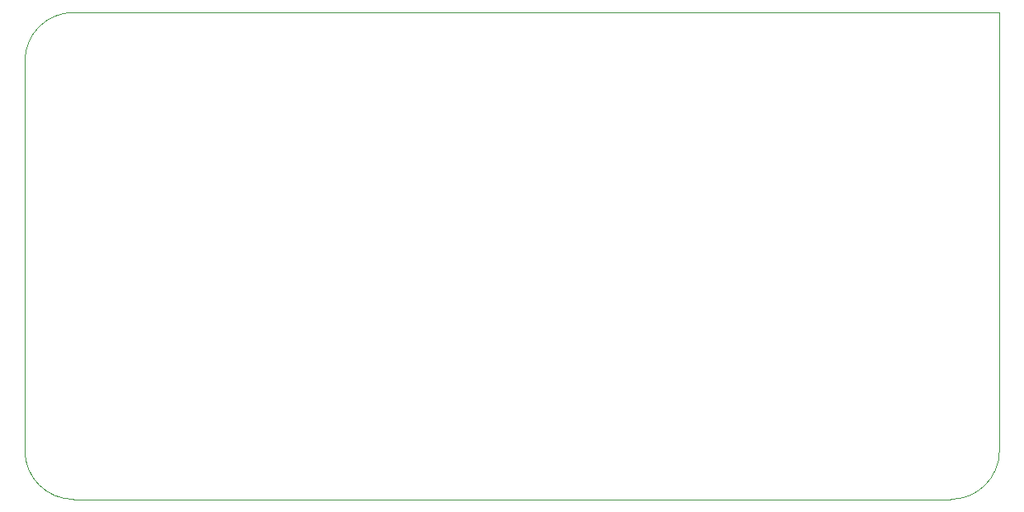
<source format=gbr>
G04 #@! TF.GenerationSoftware,KiCad,Pcbnew,6.0.7+dfsg-1~bpo11+1*
G04 #@! TF.ProjectId,wiscale,77697363-616c-4652-9e6b-696361645f70,1.0a*
G04 #@! TF.SameCoordinates,Original*
G04 #@! TF.FileFunction,Profile,NP*
%FSLAX46Y46*%
G04 Gerber Fmt 4.6, Leading zero omitted, Abs format (unit mm)*
%MOMM*%
%LPD*%
G01*
G04 APERTURE LIST*
G04 #@! TA.AperFunction,Profile*
%ADD10C,0.100000*%
G04 #@! TD*
G04 APERTURE END LIST*
D10*
X199920000Y-65500000D02*
X199920000Y-110500000D01*
X99920000Y-110500000D02*
X99920000Y-70500000D01*
X194920000Y-115500000D02*
X104920000Y-115500000D01*
X104920000Y-65500000D02*
G75*
G03*
X99920000Y-70500000I0J-5000000D01*
G01*
X104920000Y-65500000D02*
X199920000Y-65500000D01*
X194920000Y-115500000D02*
G75*
G03*
X199920000Y-110500000I0J5000000D01*
G01*
X99920000Y-110500000D02*
G75*
G03*
X104920000Y-115500000I5000000J0D01*
G01*
M02*

</source>
